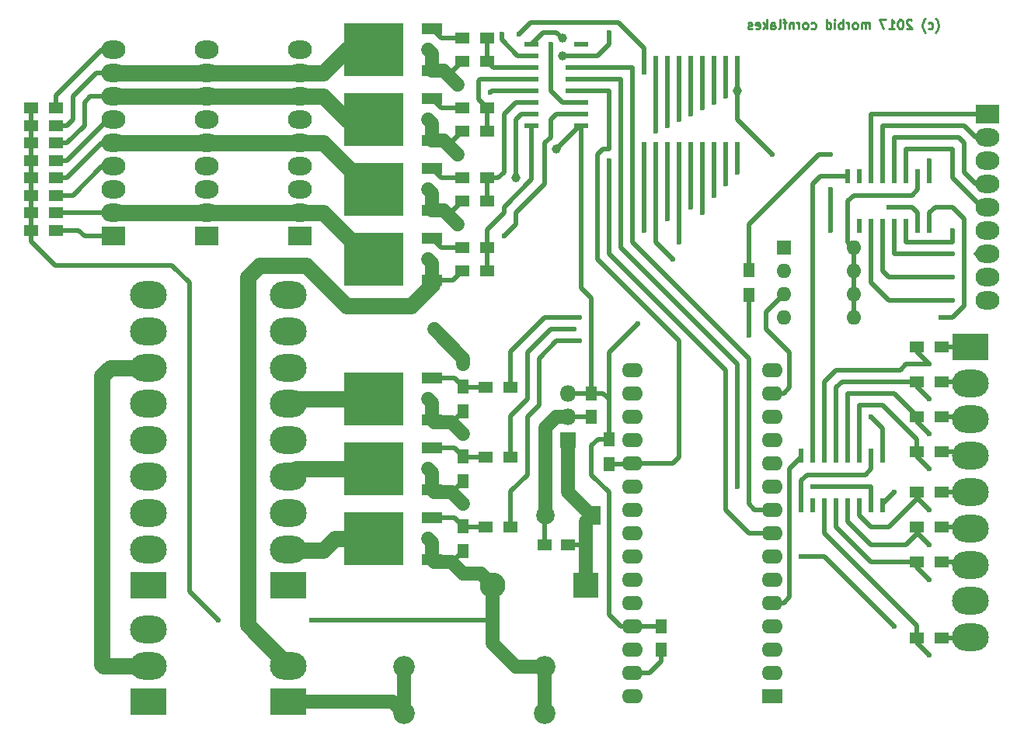
<source format=gbl>
G04 #@! TF.FileFunction,Copper,L2,Bot,Signal*
%FSLAX46Y46*%
G04 Gerber Fmt 4.6, Leading zero omitted, Abs format (unit mm)*
G04 Created by KiCad (PCBNEW 4.0.7) date 01/26/18 13:22:02*
%MOMM*%
%LPD*%
G01*
G04 APERTURE LIST*
%ADD10C,0.100000*%
%ADD11C,0.250000*%
%ADD12R,1.600000X1.600000*%
%ADD13O,1.600000X1.600000*%
%ADD14R,1.800000X1.800000*%
%ADD15O,1.800000X1.800000*%
%ADD16R,1.500000X1.250000*%
%ADD17R,1.250000X1.500000*%
%ADD18R,1.500000X1.300000*%
%ADD19R,2.286000X1.574800*%
%ADD20O,2.286000X1.574800*%
%ADD21R,1.300000X1.500000*%
%ADD22R,2.600000X2.000000*%
%ADD23O,2.600000X2.000000*%
%ADD24R,4.000000X3.000000*%
%ADD25O,4.000000X3.000000*%
%ADD26R,2.200000X1.200000*%
%ADD27R,6.400000X5.800000*%
%ADD28R,3.050000X2.750000*%
%ADD29R,0.600000X1.500000*%
%ADD30R,1.500000X0.600000*%
%ADD31R,2.000000X2.000000*%
%ADD32C,2.000000*%
%ADD33R,2.800000X2.800000*%
%ADD34O,2.800000X2.800000*%
%ADD35C,2.350000*%
%ADD36R,0.600000X2.000000*%
%ADD37C,0.600000*%
%ADD38C,1.000000*%
%ADD39C,0.500000*%
%ADD40C,1.500000*%
%ADD41C,1.750000*%
G04 APERTURE END LIST*
D10*
D11*
X127291430Y-53158333D02*
X127339050Y-53110714D01*
X127434288Y-52967857D01*
X127481907Y-52872619D01*
X127529526Y-52729762D01*
X127577145Y-52491667D01*
X127577145Y-52301190D01*
X127529526Y-52063095D01*
X127481907Y-51920238D01*
X127434288Y-51825000D01*
X127339050Y-51682143D01*
X127291430Y-51634524D01*
X126481906Y-52729762D02*
X126577144Y-52777381D01*
X126767621Y-52777381D01*
X126862859Y-52729762D01*
X126910478Y-52682143D01*
X126958097Y-52586905D01*
X126958097Y-52301190D01*
X126910478Y-52205952D01*
X126862859Y-52158333D01*
X126767621Y-52110714D01*
X126577144Y-52110714D01*
X126481906Y-52158333D01*
X126148573Y-53158333D02*
X126100954Y-53110714D01*
X126005716Y-52967857D01*
X125958097Y-52872619D01*
X125910478Y-52729762D01*
X125862859Y-52491667D01*
X125862859Y-52301190D01*
X125910478Y-52063095D01*
X125958097Y-51920238D01*
X126005716Y-51825000D01*
X126100954Y-51682143D01*
X126148573Y-51634524D01*
X124672382Y-51872619D02*
X124624763Y-51825000D01*
X124529525Y-51777381D01*
X124291429Y-51777381D01*
X124196191Y-51825000D01*
X124148572Y-51872619D01*
X124100953Y-51967857D01*
X124100953Y-52063095D01*
X124148572Y-52205952D01*
X124720001Y-52777381D01*
X124100953Y-52777381D01*
X123481906Y-51777381D02*
X123386667Y-51777381D01*
X123291429Y-51825000D01*
X123243810Y-51872619D01*
X123196191Y-51967857D01*
X123148572Y-52158333D01*
X123148572Y-52396429D01*
X123196191Y-52586905D01*
X123243810Y-52682143D01*
X123291429Y-52729762D01*
X123386667Y-52777381D01*
X123481906Y-52777381D01*
X123577144Y-52729762D01*
X123624763Y-52682143D01*
X123672382Y-52586905D01*
X123720001Y-52396429D01*
X123720001Y-52158333D01*
X123672382Y-51967857D01*
X123624763Y-51872619D01*
X123577144Y-51825000D01*
X123481906Y-51777381D01*
X122196191Y-52777381D02*
X122767620Y-52777381D01*
X122481906Y-52777381D02*
X122481906Y-51777381D01*
X122577144Y-51920238D01*
X122672382Y-52015476D01*
X122767620Y-52063095D01*
X121862858Y-51777381D02*
X121196191Y-51777381D01*
X121624763Y-52777381D01*
X120053334Y-52777381D02*
X120053334Y-52110714D01*
X120053334Y-52205952D02*
X120005715Y-52158333D01*
X119910477Y-52110714D01*
X119767619Y-52110714D01*
X119672381Y-52158333D01*
X119624762Y-52253571D01*
X119624762Y-52777381D01*
X119624762Y-52253571D02*
X119577143Y-52158333D01*
X119481905Y-52110714D01*
X119339048Y-52110714D01*
X119243810Y-52158333D01*
X119196191Y-52253571D01*
X119196191Y-52777381D01*
X118577144Y-52777381D02*
X118672382Y-52729762D01*
X118720001Y-52682143D01*
X118767620Y-52586905D01*
X118767620Y-52301190D01*
X118720001Y-52205952D01*
X118672382Y-52158333D01*
X118577144Y-52110714D01*
X118434286Y-52110714D01*
X118339048Y-52158333D01*
X118291429Y-52205952D01*
X118243810Y-52301190D01*
X118243810Y-52586905D01*
X118291429Y-52682143D01*
X118339048Y-52729762D01*
X118434286Y-52777381D01*
X118577144Y-52777381D01*
X117815239Y-52777381D02*
X117815239Y-52110714D01*
X117815239Y-52301190D02*
X117767620Y-52205952D01*
X117720001Y-52158333D01*
X117624763Y-52110714D01*
X117529524Y-52110714D01*
X117196191Y-52777381D02*
X117196191Y-51777381D01*
X117196191Y-52158333D02*
X117100953Y-52110714D01*
X116910476Y-52110714D01*
X116815238Y-52158333D01*
X116767619Y-52205952D01*
X116720000Y-52301190D01*
X116720000Y-52586905D01*
X116767619Y-52682143D01*
X116815238Y-52729762D01*
X116910476Y-52777381D01*
X117100953Y-52777381D01*
X117196191Y-52729762D01*
X116291429Y-52777381D02*
X116291429Y-52110714D01*
X116291429Y-51777381D02*
X116339048Y-51825000D01*
X116291429Y-51872619D01*
X116243810Y-51825000D01*
X116291429Y-51777381D01*
X116291429Y-51872619D01*
X115386667Y-52777381D02*
X115386667Y-51777381D01*
X115386667Y-52729762D02*
X115481905Y-52777381D01*
X115672382Y-52777381D01*
X115767620Y-52729762D01*
X115815239Y-52682143D01*
X115862858Y-52586905D01*
X115862858Y-52301190D01*
X115815239Y-52205952D01*
X115767620Y-52158333D01*
X115672382Y-52110714D01*
X115481905Y-52110714D01*
X115386667Y-52158333D01*
X113720000Y-52729762D02*
X113815238Y-52777381D01*
X114005715Y-52777381D01*
X114100953Y-52729762D01*
X114148572Y-52682143D01*
X114196191Y-52586905D01*
X114196191Y-52301190D01*
X114148572Y-52205952D01*
X114100953Y-52158333D01*
X114005715Y-52110714D01*
X113815238Y-52110714D01*
X113720000Y-52158333D01*
X113148572Y-52777381D02*
X113243810Y-52729762D01*
X113291429Y-52682143D01*
X113339048Y-52586905D01*
X113339048Y-52301190D01*
X113291429Y-52205952D01*
X113243810Y-52158333D01*
X113148572Y-52110714D01*
X113005714Y-52110714D01*
X112910476Y-52158333D01*
X112862857Y-52205952D01*
X112815238Y-52301190D01*
X112815238Y-52586905D01*
X112862857Y-52682143D01*
X112910476Y-52729762D01*
X113005714Y-52777381D01*
X113148572Y-52777381D01*
X112386667Y-52777381D02*
X112386667Y-52110714D01*
X112386667Y-52301190D02*
X112339048Y-52205952D01*
X112291429Y-52158333D01*
X112196191Y-52110714D01*
X112100952Y-52110714D01*
X111767619Y-52110714D02*
X111767619Y-52777381D01*
X111767619Y-52205952D02*
X111720000Y-52158333D01*
X111624762Y-52110714D01*
X111481904Y-52110714D01*
X111386666Y-52158333D01*
X111339047Y-52253571D01*
X111339047Y-52777381D01*
X111005714Y-52110714D02*
X110624762Y-52110714D01*
X110862857Y-52777381D02*
X110862857Y-51920238D01*
X110815238Y-51825000D01*
X110720000Y-51777381D01*
X110624762Y-51777381D01*
X110148571Y-52777381D02*
X110243809Y-52729762D01*
X110291428Y-52634524D01*
X110291428Y-51777381D01*
X109339046Y-52777381D02*
X109339046Y-52253571D01*
X109386665Y-52158333D01*
X109481903Y-52110714D01*
X109672380Y-52110714D01*
X109767618Y-52158333D01*
X109339046Y-52729762D02*
X109434284Y-52777381D01*
X109672380Y-52777381D01*
X109767618Y-52729762D01*
X109815237Y-52634524D01*
X109815237Y-52539286D01*
X109767618Y-52444048D01*
X109672380Y-52396429D01*
X109434284Y-52396429D01*
X109339046Y-52348810D01*
X108862856Y-52777381D02*
X108862856Y-51777381D01*
X108767618Y-52396429D02*
X108481903Y-52777381D01*
X108481903Y-52110714D02*
X108862856Y-52491667D01*
X107672379Y-52729762D02*
X107767617Y-52777381D01*
X107958094Y-52777381D01*
X108053332Y-52729762D01*
X108100951Y-52634524D01*
X108100951Y-52253571D01*
X108053332Y-52158333D01*
X107958094Y-52110714D01*
X107767617Y-52110714D01*
X107672379Y-52158333D01*
X107624760Y-52253571D01*
X107624760Y-52348810D01*
X108100951Y-52444048D01*
X107243808Y-52729762D02*
X107148570Y-52777381D01*
X106958094Y-52777381D01*
X106862855Y-52729762D01*
X106815236Y-52634524D01*
X106815236Y-52586905D01*
X106862855Y-52491667D01*
X106958094Y-52444048D01*
X107100951Y-52444048D01*
X107196189Y-52396429D01*
X107243808Y-52301190D01*
X107243808Y-52253571D01*
X107196189Y-52158333D01*
X107100951Y-52110714D01*
X106958094Y-52110714D01*
X106862855Y-52158333D01*
D12*
X110725000Y-76670000D03*
D13*
X118345000Y-84290000D03*
X110725000Y-79210000D03*
X118345000Y-81750000D03*
X110725000Y-81750000D03*
X118345000Y-79210000D03*
X110725000Y-84290000D03*
X118345000Y-76670000D03*
D14*
X87230000Y-97625000D03*
D15*
X87230000Y-95085000D03*
X87230000Y-92545000D03*
D16*
X87210000Y-109055000D03*
X84710000Y-109055000D03*
D17*
X89770000Y-92565000D03*
X89770000Y-95065000D03*
D18*
X125250000Y-87465000D03*
X127950000Y-87465000D03*
D19*
X109455000Y-125565000D03*
D20*
X109455000Y-123025000D03*
X109455000Y-120485000D03*
X109455000Y-117945000D03*
X109455000Y-115405000D03*
X109455000Y-112865000D03*
X109455000Y-110325000D03*
X109455000Y-107785000D03*
X109455000Y-105245000D03*
X109455000Y-102705000D03*
X109455000Y-100165000D03*
X109455000Y-97625000D03*
X109455000Y-95085000D03*
X109455000Y-92545000D03*
X109455000Y-90005000D03*
X94215000Y-90005000D03*
X94215000Y-92545000D03*
X94215000Y-95085000D03*
X94215000Y-97625000D03*
X94215000Y-100165000D03*
X94215000Y-102705000D03*
X94215000Y-105245000D03*
X94215000Y-107785000D03*
X94215000Y-110325000D03*
X94215000Y-112865000D03*
X94215000Y-115405000D03*
X94215000Y-117945000D03*
X94215000Y-120485000D03*
X94215000Y-123025000D03*
X94215000Y-125565000D03*
D18*
X125250000Y-91275000D03*
X127950000Y-91275000D03*
X125250000Y-103340000D03*
X127950000Y-103340000D03*
X125250000Y-107150000D03*
X127950000Y-107150000D03*
X125250000Y-110960000D03*
X127950000Y-110960000D03*
X125250000Y-119215000D03*
X127950000Y-119215000D03*
D21*
X91675000Y-97545000D03*
X91675000Y-100245000D03*
X106915000Y-79130000D03*
X106915000Y-81830000D03*
D18*
X78260000Y-107150000D03*
X80960000Y-107150000D03*
D22*
X132950000Y-62065000D03*
D23*
X132950000Y-64605000D03*
X132950000Y-67145000D03*
X132950000Y-69685000D03*
X132950000Y-72225000D03*
X132950000Y-74765000D03*
X132950000Y-77305000D03*
X132950000Y-79845000D03*
X132950000Y-82385000D03*
D24*
X56750000Y-126200000D03*
D25*
X56750000Y-122237600D03*
D22*
X47860000Y-75400000D03*
D23*
X47860000Y-72860000D03*
X47860000Y-70320000D03*
X47860000Y-67780000D03*
X47860000Y-65240000D03*
X47860000Y-62700000D03*
X47860000Y-60160000D03*
X47860000Y-57620000D03*
X47860000Y-55080000D03*
D22*
X37700000Y-75400000D03*
D23*
X37700000Y-72860000D03*
X37700000Y-70320000D03*
X37700000Y-67780000D03*
X37700000Y-65240000D03*
X37700000Y-62700000D03*
X37700000Y-60160000D03*
X37700000Y-57620000D03*
X37700000Y-55080000D03*
D24*
X41510000Y-126200000D03*
D25*
X41510000Y-122237600D03*
X41510000Y-118275200D03*
D26*
X72380000Y-75660000D03*
X72380000Y-80220000D03*
D27*
X66080000Y-77940000D03*
D28*
X64405000Y-79465000D03*
X67755000Y-76415000D03*
X64405000Y-76415000D03*
X67755000Y-79465000D03*
D26*
X72380000Y-68040000D03*
X72380000Y-72600000D03*
D27*
X66080000Y-70320000D03*
D28*
X64405000Y-71845000D03*
X67755000Y-68795000D03*
X64405000Y-68795000D03*
X67755000Y-71845000D03*
D26*
X72380000Y-60420000D03*
X72380000Y-64980000D03*
D27*
X66080000Y-62700000D03*
D28*
X64405000Y-64225000D03*
X67755000Y-61175000D03*
X64405000Y-61175000D03*
X67755000Y-64225000D03*
D26*
X72380000Y-52800000D03*
X72380000Y-57360000D03*
D27*
X66080000Y-55080000D03*
D28*
X64405000Y-56605000D03*
X67755000Y-53555000D03*
X64405000Y-53555000D03*
X67755000Y-56605000D03*
D29*
X121520000Y-104770000D03*
X120250000Y-104770000D03*
X118980000Y-104770000D03*
X117710000Y-104770000D03*
X116440000Y-104770000D03*
X115170000Y-104770000D03*
X113900000Y-104770000D03*
X112630000Y-104770000D03*
X112630000Y-99370000D03*
X113900000Y-99370000D03*
X115170000Y-99370000D03*
X116440000Y-99370000D03*
X117710000Y-99370000D03*
X118980000Y-99370000D03*
X120250000Y-99370000D03*
X121520000Y-99370000D03*
X126600000Y-74290000D03*
X125330000Y-74290000D03*
X124060000Y-74290000D03*
X122790000Y-74290000D03*
X121520000Y-74290000D03*
X120250000Y-74290000D03*
X118980000Y-74290000D03*
X117710000Y-74290000D03*
X117710000Y-68890000D03*
X118980000Y-68890000D03*
X120250000Y-68890000D03*
X121520000Y-68890000D03*
X122790000Y-68890000D03*
X124060000Y-68890000D03*
X125330000Y-68890000D03*
X126600000Y-68890000D03*
D30*
X83260000Y-63335000D03*
X83260000Y-62065000D03*
X83260000Y-60795000D03*
X83260000Y-59525000D03*
X83260000Y-58255000D03*
X83260000Y-56985000D03*
X83260000Y-55715000D03*
X83260000Y-54445000D03*
X88660000Y-54445000D03*
X88660000Y-55715000D03*
X88660000Y-56985000D03*
X88660000Y-58255000D03*
X88660000Y-59525000D03*
X88660000Y-60795000D03*
X88660000Y-62065000D03*
X88660000Y-63335000D03*
D31*
X89770000Y-105880000D03*
D32*
X84770000Y-105880000D03*
D17*
X97390000Y-120465000D03*
X97390000Y-117965000D03*
D33*
X89135000Y-113500000D03*
D34*
X78975000Y-113500000D03*
D35*
X69370000Y-127470000D03*
X69370000Y-122390000D03*
X84690000Y-127470000D03*
X84690000Y-122390000D03*
D24*
X131045000Y-87465000D03*
D25*
X131045000Y-91427400D03*
X131045000Y-95389800D03*
X131045000Y-99352200D03*
X131045000Y-103314600D03*
X131045000Y-107277000D03*
X131045000Y-111239400D03*
X131045000Y-115201800D03*
X131045000Y-119164200D03*
D22*
X58020000Y-75400000D03*
D23*
X58020000Y-72860000D03*
X58020000Y-70320000D03*
X58020000Y-67780000D03*
X58020000Y-65240000D03*
X58020000Y-62700000D03*
X58020000Y-60160000D03*
X58020000Y-57620000D03*
X58020000Y-55080000D03*
D24*
X56750000Y-113500000D03*
D25*
X56750000Y-109537600D03*
X56750000Y-105575200D03*
X56750000Y-101612800D03*
X56750000Y-97650400D03*
X56750000Y-93688000D03*
X56750000Y-89725600D03*
X56750000Y-85763200D03*
X56750000Y-81800800D03*
D24*
X41510000Y-113500000D03*
D25*
X41510000Y-109537600D03*
X41510000Y-105575200D03*
X41510000Y-101612800D03*
X41510000Y-97650400D03*
X41510000Y-93688000D03*
X41510000Y-89725600D03*
X41510000Y-85763200D03*
X41510000Y-81800800D03*
D26*
X72380000Y-106140000D03*
X72380000Y-110700000D03*
D27*
X66080000Y-108420000D03*
D28*
X64405000Y-109945000D03*
X67755000Y-106895000D03*
X64405000Y-106895000D03*
X67755000Y-109945000D03*
D26*
X72380000Y-98520000D03*
X72380000Y-103080000D03*
D27*
X66080000Y-100800000D03*
D28*
X64405000Y-102325000D03*
X67755000Y-99275000D03*
X64405000Y-99275000D03*
X67755000Y-102325000D03*
D26*
X72380000Y-90900000D03*
X72380000Y-95460000D03*
D27*
X66080000Y-93180000D03*
D28*
X64405000Y-94705000D03*
X67755000Y-91655000D03*
X64405000Y-91655000D03*
X67755000Y-94705000D03*
D18*
X125250000Y-95085000D03*
X127950000Y-95085000D03*
X125250000Y-98895000D03*
X127950000Y-98895000D03*
X78260000Y-99530000D03*
X80960000Y-99530000D03*
X78260000Y-91910000D03*
X80960000Y-91910000D03*
D21*
X75800000Y-109770000D03*
X75800000Y-107070000D03*
X75800000Y-102150000D03*
X75800000Y-99450000D03*
X75800000Y-94530000D03*
X75800000Y-91830000D03*
D18*
X75720000Y-76670000D03*
X78420000Y-76670000D03*
X75720000Y-79210000D03*
X78420000Y-79210000D03*
X75720000Y-69050000D03*
X78420000Y-69050000D03*
X75720000Y-71590000D03*
X78420000Y-71590000D03*
X75720000Y-61430000D03*
X78420000Y-61430000D03*
X75720000Y-63970000D03*
X78420000Y-63970000D03*
X75720000Y-53810000D03*
X78420000Y-53810000D03*
X75720000Y-56350000D03*
X78420000Y-56350000D03*
X31430000Y-74765000D03*
X28730000Y-74765000D03*
X31430000Y-72860000D03*
X28730000Y-72860000D03*
X31430000Y-70955000D03*
X28730000Y-70955000D03*
X31430000Y-69050000D03*
X28730000Y-69050000D03*
X31430000Y-67145000D03*
X28730000Y-67145000D03*
X31430000Y-65240000D03*
X28730000Y-65240000D03*
X31430000Y-63335000D03*
X28730000Y-63335000D03*
X31430000Y-61430000D03*
X28730000Y-61430000D03*
D36*
X95485000Y-56730000D03*
X96755000Y-56730000D03*
X98025000Y-56730000D03*
X99295000Y-56730000D03*
X100565000Y-56730000D03*
X101835000Y-56730000D03*
X103105000Y-56730000D03*
X104375000Y-56730000D03*
X105645000Y-56730000D03*
X105645000Y-66130000D03*
X104375000Y-66130000D03*
X103105000Y-66130000D03*
X101835000Y-66130000D03*
X100565000Y-66130000D03*
X99295000Y-66130000D03*
X98025000Y-66130000D03*
X96755000Y-66130000D03*
X95485000Y-66130000D03*
D37*
X59290000Y-117310000D03*
X49130000Y-117310000D03*
X105645000Y-68415000D03*
D38*
X71990000Y-108420000D03*
X71990000Y-100800000D03*
X71990000Y-93180000D03*
X72625000Y-85560000D03*
X75800000Y-89370000D03*
X75800000Y-96990000D03*
X75800000Y-104610000D03*
X75800000Y-112230000D03*
D37*
X109455000Y-66510000D03*
X118980000Y-101435000D03*
D38*
X105645000Y-59525000D03*
X86595000Y-53810000D03*
X71990000Y-77940000D03*
X71990000Y-70320000D03*
X75165000Y-74130000D03*
X75165000Y-66510000D03*
X75165000Y-58890000D03*
X71990000Y-62700000D03*
X71990000Y-55080000D03*
D37*
X115805000Y-74765000D03*
X115805000Y-70320000D03*
X120250000Y-95085000D03*
X91675000Y-53175000D03*
X94850000Y-84925000D03*
X126600000Y-67145000D03*
D38*
X85960000Y-65875000D03*
X86595000Y-55715000D03*
D37*
X129140000Y-74765000D03*
X129140000Y-77305000D03*
X129140000Y-79845000D03*
X129140000Y-82385000D03*
X80245000Y-75400000D03*
D38*
X81515000Y-69050000D03*
D37*
X78740000Y-59690000D03*
X80010000Y-53340000D03*
X126600000Y-89370000D03*
X126600000Y-93180000D03*
X126600000Y-96990000D03*
X126600000Y-100800000D03*
X126600000Y-105245000D03*
X126600000Y-109055000D03*
X126600000Y-112865000D03*
X126600000Y-121120000D03*
X95485000Y-74765000D03*
X98660000Y-77940000D03*
X88500000Y-86830000D03*
X98025000Y-73495000D03*
X99295000Y-76035000D03*
X87865000Y-85560000D03*
X100565000Y-72225000D03*
X101835000Y-72860000D03*
X88500000Y-84290000D03*
X103105000Y-70955000D03*
X104375000Y-69685000D03*
X127870000Y-84290000D03*
X122790000Y-103340000D03*
X122790000Y-117945000D03*
X112630000Y-110325000D03*
X122155000Y-72225000D03*
X113900000Y-102705000D03*
X91675000Y-67145000D03*
X87230000Y-56985000D03*
X105645000Y-102705000D03*
X87230000Y-58255000D03*
X85325000Y-54445000D03*
X115805000Y-66510000D03*
X87230000Y-59525000D03*
X106915000Y-86195000D03*
X96755000Y-63970000D03*
X98025000Y-63335000D03*
X99295000Y-62700000D03*
X100565000Y-62065000D03*
X101835000Y-61430000D03*
X103105000Y-60795000D03*
X104375000Y-60160000D03*
X81915000Y-53340000D03*
D39*
X28730000Y-74765000D02*
X28730000Y-75955000D01*
X59290000Y-117310000D02*
X78975000Y-117310000D01*
X45955000Y-114135000D02*
X49130000Y-117310000D01*
X45955000Y-80480000D02*
X45955000Y-114135000D01*
X44050000Y-78575000D02*
X45955000Y-80480000D01*
X31350000Y-78575000D02*
X44050000Y-78575000D01*
X28730000Y-75955000D02*
X31350000Y-78575000D01*
X105645000Y-68415000D02*
X105645000Y-66130000D01*
D40*
X75800000Y-112230000D02*
X77705000Y-112230000D01*
X77705000Y-112230000D02*
X78975000Y-113500000D01*
X84690000Y-122390000D02*
X81515000Y-122390000D01*
X78975000Y-119850000D02*
X78975000Y-117310000D01*
X81515000Y-122390000D02*
X78975000Y-119850000D01*
X78975000Y-117310000D02*
X78975000Y-113500000D01*
X84690000Y-127470000D02*
X84690000Y-122390000D01*
X72380000Y-108810000D02*
X72380000Y-110700000D01*
X71990000Y-108420000D02*
X72380000Y-108810000D01*
X72380000Y-101190000D02*
X72380000Y-103080000D01*
X71990000Y-100800000D02*
X72380000Y-101190000D01*
X72380000Y-93570000D02*
X72380000Y-95460000D01*
X71990000Y-93180000D02*
X72380000Y-93570000D01*
X75800000Y-89370000D02*
X75800000Y-88735000D01*
X75800000Y-88735000D02*
X72625000Y-85560000D01*
X75800000Y-96990000D02*
X74530000Y-95720000D01*
X74530000Y-95720000D02*
X72640000Y-95720000D01*
X72640000Y-95720000D02*
X72380000Y-95460000D01*
X75800000Y-104610000D02*
X74530000Y-103340000D01*
X74530000Y-103340000D02*
X72640000Y-103340000D01*
X72640000Y-103340000D02*
X72380000Y-103080000D01*
X75800000Y-112230000D02*
X74530000Y-110960000D01*
X74530000Y-110960000D02*
X72640000Y-110960000D01*
X72640000Y-110960000D02*
X72380000Y-110700000D01*
D39*
X28730000Y-72860000D02*
X28730000Y-74765000D01*
X28730000Y-70955000D02*
X28730000Y-72860000D01*
X28730000Y-69050000D02*
X28730000Y-70955000D01*
X28730000Y-67145000D02*
X28730000Y-69050000D01*
X28730000Y-65240000D02*
X28730000Y-67145000D01*
X28730000Y-63335000D02*
X28730000Y-65240000D01*
X28730000Y-61430000D02*
X28730000Y-63335000D01*
X72380000Y-110700000D02*
X74870000Y-110700000D01*
X74870000Y-110700000D02*
X75800000Y-109770000D01*
X72380000Y-103080000D02*
X74870000Y-103080000D01*
X74870000Y-103080000D02*
X75800000Y-102150000D01*
X72380000Y-95460000D02*
X74870000Y-95460000D01*
X74870000Y-95460000D02*
X75800000Y-94530000D01*
X105645000Y-62700000D02*
X105645000Y-59525000D01*
X109455000Y-66510000D02*
X105645000Y-62700000D01*
X118345000Y-76670000D02*
X117710000Y-76035000D01*
X117710000Y-76035000D02*
X117710000Y-74290000D01*
X118345000Y-79210000D02*
X118345000Y-76670000D01*
X118345000Y-81750000D02*
X118345000Y-79210000D01*
X118345000Y-84290000D02*
X118345000Y-81750000D01*
D41*
X72380000Y-80220000D02*
X72380000Y-80725000D01*
X72380000Y-80725000D02*
X70085000Y-83020000D01*
X52305000Y-117792600D02*
X56750000Y-122237600D01*
X52305000Y-79845000D02*
X52305000Y-117792600D01*
X53575000Y-78575000D02*
X52305000Y-79845000D01*
X58655000Y-78575000D02*
X53575000Y-78575000D01*
X63100000Y-83020000D02*
X58655000Y-78575000D01*
X70085000Y-83020000D02*
X63100000Y-83020000D01*
D39*
X97390000Y-120465000D02*
X97390000Y-121755000D01*
X97390000Y-121755000D02*
X96120000Y-123025000D01*
X96120000Y-123025000D02*
X94215000Y-123025000D01*
X89770000Y-95065000D02*
X87250000Y-95065000D01*
X87250000Y-95065000D02*
X87230000Y-95085000D01*
X84710000Y-109055000D02*
X84710000Y-105940000D01*
X84710000Y-105940000D02*
X84770000Y-105880000D01*
X125330000Y-68890000D02*
X125330000Y-70320000D01*
X125330000Y-70320000D02*
X124695000Y-70955000D01*
X124695000Y-70955000D02*
X118345000Y-70955000D01*
X118345000Y-70955000D02*
X117710000Y-71590000D01*
X117710000Y-71590000D02*
X117710000Y-74290000D01*
X118980000Y-101435000D02*
X119615000Y-101435000D01*
X120250000Y-100800000D02*
X120250000Y-99370000D01*
X119615000Y-101435000D02*
X120250000Y-100800000D01*
X112630000Y-104770000D02*
X112630000Y-102070000D01*
X113265000Y-101435000D02*
X118980000Y-101435000D01*
X112630000Y-102070000D02*
X113265000Y-101435000D01*
D40*
X87230000Y-95085000D02*
X85960000Y-95085000D01*
X84770000Y-96275000D02*
X84770000Y-105880000D01*
X85960000Y-95085000D02*
X84770000Y-96275000D01*
D39*
X105645000Y-56730000D02*
X105645000Y-59525000D01*
X84530000Y-53175000D02*
X83260000Y-54445000D01*
X85960000Y-53175000D02*
X84530000Y-53175000D01*
X86595000Y-53810000D02*
X85960000Y-53175000D01*
X72380000Y-80220000D02*
X74710000Y-80220000D01*
X74710000Y-80220000D02*
X75720000Y-79210000D01*
X72380000Y-57360000D02*
X74710000Y-57360000D01*
X74710000Y-57360000D02*
X75720000Y-56350000D01*
X72380000Y-64980000D02*
X74710000Y-64980000D01*
X74710000Y-64980000D02*
X75720000Y-63970000D01*
X72380000Y-72600000D02*
X74710000Y-72600000D01*
X74710000Y-72600000D02*
X75720000Y-71590000D01*
D40*
X72380000Y-80220000D02*
X72380000Y-78330000D01*
X72380000Y-78330000D02*
X71990000Y-77940000D01*
X72380000Y-72600000D02*
X72380000Y-70710000D01*
X72380000Y-70710000D02*
X71990000Y-70320000D01*
X73635000Y-72600000D02*
X72380000Y-72600000D01*
X75165000Y-74130000D02*
X73635000Y-72600000D01*
X75165000Y-66510000D02*
X73635000Y-64980000D01*
X73635000Y-64980000D02*
X72380000Y-64980000D01*
X73635000Y-57360000D02*
X72380000Y-57360000D01*
X75165000Y-58890000D02*
X73635000Y-57360000D01*
X72380000Y-64980000D02*
X72380000Y-63090000D01*
X72380000Y-63090000D02*
X71990000Y-62700000D01*
X72380000Y-55470000D02*
X72380000Y-57360000D01*
X71990000Y-55080000D02*
X72380000Y-55470000D01*
D39*
X115805000Y-70320000D02*
X115805000Y-74765000D01*
X121520000Y-99370000D02*
X121520000Y-96355000D01*
X121520000Y-96355000D02*
X120250000Y-95085000D01*
X88660000Y-55715000D02*
X90405000Y-55715000D01*
X91675000Y-54445000D02*
X91675000Y-53175000D01*
X90405000Y-55715000D02*
X91675000Y-54445000D01*
X91675000Y-97545000D02*
X91675000Y-88100000D01*
X91675000Y-88100000D02*
X94850000Y-84925000D01*
X88660000Y-63335000D02*
X88660000Y-81040000D01*
X89770000Y-82150000D02*
X89770000Y-92565000D01*
X88660000Y-81040000D02*
X89770000Y-82150000D01*
X94215000Y-117945000D02*
X92945000Y-117945000D01*
X90485000Y-97545000D02*
X91675000Y-97545000D01*
X89770000Y-98260000D02*
X90485000Y-97545000D01*
X89770000Y-101435000D02*
X89770000Y-98260000D01*
X91675000Y-103340000D02*
X89770000Y-101435000D01*
X91675000Y-116675000D02*
X91675000Y-103340000D01*
X92945000Y-117945000D02*
X91675000Y-116675000D01*
X97390000Y-117965000D02*
X94235000Y-117965000D01*
X94235000Y-117965000D02*
X94215000Y-117945000D01*
X91675000Y-97545000D02*
X91675000Y-93180000D01*
X91060000Y-92565000D02*
X89770000Y-92565000D01*
X91675000Y-93180000D02*
X91060000Y-92565000D01*
X89770000Y-92565000D02*
X87250000Y-92565000D01*
X87250000Y-92565000D02*
X87230000Y-92545000D01*
X126600000Y-68890000D02*
X126600000Y-67145000D01*
X85960000Y-65875000D02*
X88500000Y-63335000D01*
X88500000Y-63335000D02*
X88660000Y-63335000D01*
X86595000Y-55715000D02*
X88660000Y-55715000D01*
D40*
X69370000Y-122390000D02*
X69370000Y-127470000D01*
X56750000Y-126200000D02*
X68100000Y-126200000D01*
X68100000Y-126200000D02*
X69370000Y-127470000D01*
D39*
X127950000Y-87465000D02*
X131045000Y-87465000D01*
X127950000Y-91275000D02*
X130892600Y-91275000D01*
X130892600Y-91275000D02*
X131045000Y-91427400D01*
X127950000Y-95085000D02*
X130740200Y-95085000D01*
X130740200Y-95085000D02*
X131045000Y-95389800D01*
X127950000Y-98895000D02*
X130587800Y-98895000D01*
X130587800Y-98895000D02*
X131045000Y-99352200D01*
X127950000Y-103340000D02*
X131019600Y-103340000D01*
X131019600Y-103340000D02*
X131045000Y-103314600D01*
X127950000Y-107150000D02*
X130918000Y-107150000D01*
X130918000Y-107150000D02*
X131045000Y-107277000D01*
X127950000Y-110960000D02*
X130765600Y-110960000D01*
X130765600Y-110960000D02*
X131045000Y-111239400D01*
X127950000Y-119215000D02*
X130994200Y-119215000D01*
X130994200Y-119215000D02*
X131045000Y-119164200D01*
X120250000Y-68890000D02*
X120250000Y-62065000D01*
X120250000Y-62065000D02*
X132950000Y-62065000D01*
X121520000Y-68890000D02*
X121520000Y-63335000D01*
X130410000Y-63335000D02*
X131680000Y-64605000D01*
X121520000Y-63335000D02*
X130410000Y-63335000D01*
X131680000Y-64605000D02*
X132950000Y-64605000D01*
X122790000Y-68890000D02*
X122790000Y-64605000D01*
X130410000Y-68415000D02*
X131680000Y-69685000D01*
X130410000Y-65240000D02*
X130410000Y-68415000D01*
X129775000Y-64605000D02*
X130410000Y-65240000D01*
X122790000Y-64605000D02*
X129775000Y-64605000D01*
X131680000Y-69685000D02*
X132950000Y-69685000D01*
X124060000Y-68890000D02*
X124060000Y-65875000D01*
X129140000Y-69050000D02*
X132315000Y-72225000D01*
X129140000Y-65875000D02*
X129140000Y-69050000D01*
X124060000Y-65875000D02*
X129140000Y-65875000D01*
X132315000Y-72225000D02*
X132950000Y-72225000D01*
X124060000Y-74290000D02*
X124060000Y-76035000D01*
X129140000Y-76035000D02*
X129140000Y-74765000D01*
X124060000Y-76035000D02*
X129140000Y-76035000D01*
X132315000Y-74765000D02*
X132950000Y-74765000D01*
X122790000Y-74290000D02*
X122790000Y-77305000D01*
X122790000Y-77305000D02*
X129140000Y-77305000D01*
X131680000Y-77305000D02*
X132950000Y-77305000D01*
X121520000Y-74290000D02*
X121520000Y-79210000D01*
X122155000Y-79845000D02*
X129140000Y-79845000D01*
X121520000Y-79210000D02*
X122155000Y-79845000D01*
X120250000Y-74290000D02*
X120250000Y-80480000D01*
X122155000Y-82385000D02*
X129140000Y-82385000D01*
X120250000Y-80480000D02*
X122155000Y-82385000D01*
D41*
X56750000Y-109537600D02*
X56902400Y-109690000D01*
X56902400Y-109690000D02*
X60560000Y-109690000D01*
X60560000Y-109690000D02*
X61830000Y-108420000D01*
X61830000Y-108420000D02*
X66080000Y-108420000D01*
X56750000Y-101612800D02*
X57562800Y-100800000D01*
X57562800Y-100800000D02*
X66080000Y-100800000D01*
X56750000Y-93688000D02*
X57258000Y-93180000D01*
X57258000Y-93180000D02*
X66080000Y-93180000D01*
X41510000Y-122237600D02*
X36582400Y-122237600D01*
X37344400Y-89725600D02*
X41510000Y-89725600D01*
X36430000Y-90640000D02*
X37344400Y-89725600D01*
X36430000Y-122085200D02*
X36430000Y-90640000D01*
X36582400Y-122237600D02*
X36430000Y-122085200D01*
D39*
X31430000Y-74765000D02*
X33890000Y-74765000D01*
X34525000Y-75400000D02*
X37700000Y-75400000D01*
X33890000Y-74765000D02*
X34525000Y-75400000D01*
X31430000Y-72860000D02*
X37700000Y-72860000D01*
D41*
X37700000Y-72860000D02*
X47860000Y-72860000D01*
X47860000Y-72860000D02*
X58020000Y-72860000D01*
X58020000Y-72860000D02*
X60560000Y-72860000D01*
X60560000Y-72860000D02*
X65640000Y-77940000D01*
X65640000Y-77940000D02*
X66080000Y-77940000D01*
D39*
X31430000Y-70955000D02*
X33255000Y-70955000D01*
X33255000Y-70955000D02*
X36430000Y-67780000D01*
X36430000Y-67780000D02*
X37700000Y-67780000D01*
X31430000Y-69050000D02*
X32620000Y-69050000D01*
X32620000Y-69050000D02*
X36430000Y-65240000D01*
X36430000Y-65240000D02*
X37700000Y-65240000D01*
D41*
X37700000Y-65240000D02*
X47860000Y-65240000D01*
X47860000Y-65240000D02*
X58020000Y-65240000D01*
X58020000Y-65240000D02*
X60560000Y-65240000D01*
X60560000Y-65240000D02*
X65640000Y-70320000D01*
X65640000Y-70320000D02*
X66080000Y-70320000D01*
D39*
X31430000Y-67145000D02*
X32620000Y-67145000D01*
X32620000Y-67145000D02*
X37065000Y-62700000D01*
X37065000Y-62700000D02*
X37700000Y-62700000D01*
X31430000Y-65240000D02*
X32620000Y-65240000D01*
X35160000Y-60160000D02*
X37700000Y-60160000D01*
X34525000Y-60795000D02*
X35160000Y-60160000D01*
X34525000Y-63335000D02*
X34525000Y-60795000D01*
X32620000Y-65240000D02*
X34525000Y-63335000D01*
D41*
X37700000Y-60160000D02*
X47860000Y-60160000D01*
X47860000Y-60160000D02*
X58020000Y-60160000D01*
X58020000Y-60160000D02*
X60560000Y-60160000D01*
X60560000Y-60160000D02*
X63100000Y-62700000D01*
X63100000Y-62700000D02*
X66080000Y-62700000D01*
D39*
X31430000Y-63335000D02*
X32620000Y-63335000D01*
X35795000Y-57620000D02*
X37700000Y-57620000D01*
X33255000Y-60160000D02*
X35795000Y-57620000D01*
X33255000Y-62700000D02*
X33255000Y-60160000D01*
X32620000Y-63335000D02*
X33255000Y-62700000D01*
D41*
X37700000Y-57620000D02*
X47860000Y-57620000D01*
X47860000Y-57620000D02*
X58020000Y-57620000D01*
X58020000Y-57620000D02*
X60560000Y-57620000D01*
X60560000Y-57620000D02*
X63100000Y-55080000D01*
X63100000Y-55080000D02*
X66080000Y-55080000D01*
D39*
X31430000Y-61430000D02*
X31430000Y-60080000D01*
X31430000Y-60080000D02*
X36430000Y-55080000D01*
X36430000Y-55080000D02*
X37700000Y-55080000D01*
X88660000Y-62065000D02*
X85960000Y-62065000D01*
X81515000Y-74130000D02*
X80245000Y-75400000D01*
X81515000Y-72860000D02*
X81515000Y-74130000D01*
X84690000Y-69685000D02*
X81515000Y-72860000D01*
X84690000Y-65240000D02*
X84690000Y-69685000D01*
X85325000Y-64605000D02*
X84690000Y-65240000D01*
X85325000Y-62700000D02*
X85325000Y-64605000D01*
X85960000Y-62065000D02*
X85325000Y-62700000D01*
X83260000Y-63335000D02*
X83260000Y-69210000D01*
X78420000Y-74685000D02*
X78420000Y-76670000D01*
X80245000Y-72860000D02*
X78420000Y-74685000D01*
X80245000Y-72225000D02*
X80245000Y-72860000D01*
X83260000Y-69210000D02*
X80245000Y-72225000D01*
X78420000Y-76670000D02*
X78420000Y-79210000D01*
X83260000Y-62065000D02*
X82150000Y-62065000D01*
X81515000Y-62700000D02*
X81515000Y-69050000D01*
X82150000Y-62065000D02*
X81515000Y-62700000D01*
X83260000Y-60795000D02*
X81515000Y-60795000D01*
X79610000Y-69050000D02*
X78420000Y-69050000D01*
X80245000Y-68415000D02*
X79610000Y-69050000D01*
X80245000Y-62065000D02*
X80245000Y-68415000D01*
X81515000Y-60795000D02*
X80245000Y-62065000D01*
X78420000Y-69050000D02*
X78420000Y-71590000D01*
X83260000Y-59525000D02*
X78905000Y-59525000D01*
X78905000Y-59525000D02*
X78740000Y-59690000D01*
X83260000Y-58255000D02*
X77635000Y-58255000D01*
X77470000Y-60480000D02*
X78420000Y-61430000D01*
X77470000Y-58420000D02*
X77470000Y-60480000D01*
X77635000Y-58255000D02*
X77470000Y-58420000D01*
X78420000Y-61430000D02*
X78420000Y-63970000D01*
X83260000Y-56985000D02*
X79055000Y-56985000D01*
X79055000Y-56985000D02*
X78420000Y-56350000D01*
X78420000Y-56350000D02*
X78420000Y-53810000D01*
X83260000Y-55715000D02*
X81750000Y-55715000D01*
X80010000Y-53975000D02*
X80010000Y-53340000D01*
X81750000Y-55715000D02*
X80010000Y-53975000D01*
X115170000Y-99370000D02*
X115170000Y-91275000D01*
X124060000Y-89370000D02*
X126600000Y-89370000D01*
X123425000Y-90005000D02*
X124060000Y-89370000D01*
X116440000Y-90005000D02*
X123425000Y-90005000D01*
X115170000Y-91275000D02*
X116440000Y-90005000D01*
X125250000Y-87465000D02*
X125250000Y-88020000D01*
X125250000Y-88020000D02*
X126600000Y-89370000D01*
X125250000Y-91275000D02*
X117075000Y-91275000D01*
X116440000Y-91910000D02*
X116440000Y-99370000D01*
X117075000Y-91275000D02*
X116440000Y-91910000D01*
X125250000Y-91275000D02*
X125250000Y-91830000D01*
X125250000Y-91830000D02*
X126600000Y-93180000D01*
X125250000Y-95085000D02*
X125250000Y-95005000D01*
X125250000Y-95005000D02*
X122790000Y-92545000D01*
X117710000Y-92545000D02*
X117710000Y-99370000D01*
X122790000Y-92545000D02*
X117710000Y-92545000D01*
X125250000Y-95085000D02*
X125250000Y-95640000D01*
X125250000Y-95640000D02*
X126600000Y-96990000D01*
X125250000Y-98895000D02*
X125250000Y-97545000D01*
X118980000Y-93815000D02*
X118980000Y-99370000D01*
X121520000Y-93815000D02*
X118980000Y-93815000D01*
X125250000Y-97545000D02*
X121520000Y-93815000D01*
X125250000Y-98895000D02*
X125250000Y-98815000D01*
X125250000Y-98895000D02*
X125250000Y-99450000D01*
X125250000Y-99450000D02*
X126600000Y-100800000D01*
X125250000Y-98895000D02*
X125250000Y-98975000D01*
X125250000Y-103340000D02*
X125250000Y-104055000D01*
X118980000Y-105880000D02*
X118980000Y-104770000D01*
X120250000Y-107150000D02*
X118980000Y-105880000D01*
X122155000Y-107150000D02*
X120250000Y-107150000D01*
X125250000Y-104055000D02*
X122155000Y-107150000D01*
X125250000Y-103340000D02*
X125250000Y-103895000D01*
X125250000Y-103895000D02*
X126600000Y-105245000D01*
X125250000Y-107150000D02*
X125250000Y-107865000D01*
X117710000Y-106515000D02*
X117710000Y-104770000D01*
X120250000Y-109055000D02*
X117710000Y-106515000D01*
X124060000Y-109055000D02*
X120250000Y-109055000D01*
X125250000Y-107865000D02*
X124060000Y-109055000D01*
X125250000Y-107150000D02*
X125250000Y-107705000D01*
X125250000Y-107705000D02*
X126600000Y-109055000D01*
X125250000Y-110960000D02*
X125250000Y-111515000D01*
X125250000Y-111515000D02*
X126600000Y-112865000D01*
X125250000Y-110960000D02*
X120250000Y-110960000D01*
X116440000Y-107150000D02*
X116440000Y-104770000D01*
X120250000Y-110960000D02*
X116440000Y-107150000D01*
X125250000Y-119215000D02*
X125250000Y-119770000D01*
X125250000Y-119770000D02*
X126600000Y-121120000D01*
X125250000Y-119215000D02*
X125250000Y-117865000D01*
X115170000Y-107785000D02*
X115170000Y-104770000D01*
X125250000Y-117865000D02*
X115170000Y-107785000D01*
X95485000Y-74765000D02*
X95485000Y-66130000D01*
X80960000Y-107150000D02*
X80960000Y-103260000D01*
X96755000Y-76035000D02*
X96755000Y-66130000D01*
X98660000Y-77940000D02*
X96755000Y-76035000D01*
X85960000Y-86830000D02*
X88500000Y-86830000D01*
X84055000Y-88735000D02*
X85960000Y-86830000D01*
X84055000Y-93815000D02*
X84055000Y-88735000D01*
X82785000Y-95085000D02*
X84055000Y-93815000D01*
X82785000Y-101435000D02*
X82785000Y-95085000D01*
X80960000Y-103260000D02*
X82785000Y-101435000D01*
X98025000Y-73495000D02*
X98025000Y-66130000D01*
X80960000Y-99530000D02*
X80960000Y-95005000D01*
X99295000Y-76035000D02*
X99295000Y-66130000D01*
X85325000Y-85560000D02*
X87865000Y-85560000D01*
X82785000Y-88100000D02*
X85325000Y-85560000D01*
X82785000Y-93180000D02*
X82785000Y-88100000D01*
X80960000Y-95005000D02*
X82785000Y-93180000D01*
X100565000Y-72225000D02*
X100565000Y-66130000D01*
X80960000Y-91910000D02*
X80960000Y-88020000D01*
X101835000Y-72860000D02*
X101835000Y-66130000D01*
X84690000Y-84290000D02*
X88500000Y-84290000D01*
X80960000Y-88020000D02*
X84690000Y-84290000D01*
X103105000Y-70955000D02*
X103105000Y-66130000D01*
X104375000Y-69685000D02*
X104375000Y-66130000D01*
X109455000Y-92545000D02*
X110725000Y-92545000D01*
X108820000Y-83655000D02*
X110725000Y-81750000D01*
X108820000Y-85560000D02*
X108820000Y-83655000D01*
X111360000Y-88100000D02*
X108820000Y-85560000D01*
X111360000Y-91910000D02*
X111360000Y-88100000D01*
X110725000Y-92545000D02*
X111360000Y-91910000D01*
X126600000Y-74290000D02*
X126600000Y-72860000D01*
X129140000Y-84290000D02*
X127870000Y-84290000D01*
X130410000Y-83020000D02*
X129140000Y-84290000D01*
X130410000Y-73495000D02*
X130410000Y-83020000D01*
X129140000Y-72225000D02*
X130410000Y-73495000D01*
X127235000Y-72225000D02*
X129140000Y-72225000D01*
X126600000Y-72860000D02*
X127235000Y-72225000D01*
X121520000Y-104770000D02*
X121520000Y-104610000D01*
X121520000Y-104610000D02*
X122790000Y-103340000D01*
X122790000Y-117945000D02*
X115170000Y-110325000D01*
X115170000Y-110325000D02*
X112630000Y-110325000D01*
X112630000Y-99370000D02*
X112630000Y-99530000D01*
X112630000Y-99530000D02*
X111360000Y-100800000D01*
X111360000Y-100800000D02*
X111360000Y-114770000D01*
X111360000Y-114770000D02*
X110725000Y-115405000D01*
X110725000Y-115405000D02*
X109455000Y-115405000D01*
X125330000Y-74290000D02*
X125330000Y-72860000D01*
X124695000Y-72225000D02*
X122155000Y-72225000D01*
X125330000Y-72860000D02*
X124695000Y-72225000D01*
X120250000Y-104770000D02*
X120250000Y-102705000D01*
X120250000Y-102705000D02*
X113900000Y-102705000D01*
X113900000Y-99370000D02*
X113900000Y-69685000D01*
X114695000Y-68890000D02*
X117710000Y-68890000D01*
X113900000Y-69685000D02*
X114695000Y-68890000D01*
X106915000Y-107785000D02*
X109455000Y-107785000D01*
X104375000Y-105245000D02*
X106915000Y-107785000D01*
X104375000Y-90005000D02*
X104375000Y-105245000D01*
X91675000Y-77305000D02*
X104375000Y-90005000D01*
X91675000Y-67145000D02*
X91675000Y-77305000D01*
X88660000Y-56985000D02*
X94215000Y-56985000D01*
X107550000Y-105245000D02*
X109455000Y-105245000D01*
X106915000Y-104610000D02*
X107550000Y-105245000D01*
X106915000Y-88735000D02*
X106915000Y-104610000D01*
X94215000Y-76035000D02*
X106915000Y-88735000D01*
X94215000Y-56985000D02*
X94215000Y-76035000D01*
X87230000Y-56985000D02*
X88660000Y-56985000D01*
X88660000Y-58255000D02*
X92945000Y-58255000D01*
X105645000Y-89370000D02*
X105645000Y-102705000D01*
X92945000Y-76670000D02*
X105645000Y-89370000D01*
X92945000Y-58255000D02*
X92945000Y-76670000D01*
X87230000Y-58255000D02*
X88660000Y-58255000D01*
X88660000Y-60795000D02*
X86595000Y-60795000D01*
X85325000Y-59525000D02*
X85325000Y-54445000D01*
X86595000Y-60795000D02*
X85325000Y-59525000D01*
X87210000Y-109055000D02*
X89135000Y-109055000D01*
X89135000Y-109055000D02*
X89135000Y-106515000D01*
X89135000Y-106515000D02*
X89770000Y-105880000D01*
D40*
X87230000Y-97625000D02*
X87230000Y-103340000D01*
X87230000Y-103340000D02*
X89770000Y-105880000D01*
X89135000Y-113500000D02*
X89135000Y-106515000D01*
X89135000Y-106515000D02*
X89770000Y-105880000D01*
D39*
X106915000Y-74130000D02*
X106915000Y-79130000D01*
X114535000Y-66510000D02*
X106915000Y-74130000D01*
X115805000Y-66510000D02*
X114535000Y-66510000D01*
X78260000Y-107150000D02*
X75880000Y-107150000D01*
X75880000Y-107150000D02*
X74870000Y-106140000D01*
X74870000Y-106140000D02*
X72380000Y-106140000D01*
X78260000Y-99530000D02*
X75880000Y-99530000D01*
X75880000Y-99530000D02*
X74870000Y-98520000D01*
X74870000Y-98520000D02*
X72380000Y-98520000D01*
X78260000Y-91910000D02*
X75880000Y-91910000D01*
X75880000Y-91910000D02*
X74870000Y-90900000D01*
X74870000Y-90900000D02*
X72380000Y-90900000D01*
X75720000Y-76670000D02*
X73390000Y-76670000D01*
X73390000Y-76670000D02*
X72380000Y-75660000D01*
X75720000Y-69050000D02*
X73390000Y-69050000D01*
X73390000Y-69050000D02*
X72380000Y-68040000D01*
X75720000Y-61430000D02*
X73390000Y-61430000D01*
X73390000Y-61430000D02*
X72380000Y-60420000D01*
X75720000Y-53810000D02*
X73390000Y-53810000D01*
X73390000Y-53810000D02*
X72380000Y-52800000D01*
X91675000Y-100245000D02*
X94135000Y-100245000D01*
X94135000Y-100245000D02*
X94215000Y-100165000D01*
X88660000Y-59525000D02*
X91675000Y-59525000D01*
X98660000Y-100165000D02*
X94215000Y-100165000D01*
X99295000Y-99530000D02*
X98660000Y-100165000D01*
X99295000Y-86830000D02*
X99295000Y-99530000D01*
X90405000Y-77940000D02*
X99295000Y-86830000D01*
X90405000Y-66510000D02*
X90405000Y-77940000D01*
X91040000Y-65875000D02*
X90405000Y-66510000D01*
X91675000Y-65875000D02*
X91040000Y-65875000D01*
X91675000Y-59525000D02*
X91675000Y-65875000D01*
X87230000Y-59525000D02*
X88660000Y-59525000D01*
X106915000Y-81830000D02*
X106915000Y-86195000D01*
X96755000Y-56730000D02*
X96755000Y-63970000D01*
X98025000Y-56730000D02*
X98025000Y-63335000D01*
X99295000Y-56730000D02*
X99295000Y-62700000D01*
X100565000Y-56730000D02*
X100565000Y-62065000D01*
X101835000Y-56730000D02*
X101835000Y-61430000D01*
X103105000Y-56730000D02*
X103105000Y-60795000D01*
X104375000Y-56730000D02*
X104375000Y-60160000D01*
X95485000Y-54845000D02*
X95485000Y-56730000D01*
X92710000Y-52070000D02*
X95485000Y-54845000D01*
X83185000Y-52070000D02*
X92710000Y-52070000D01*
X81915000Y-53340000D02*
X83185000Y-52070000D01*
M02*

</source>
